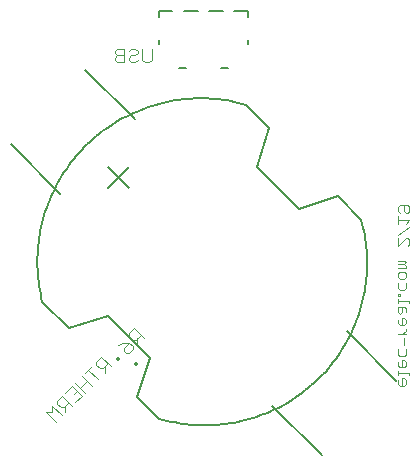
<source format=gbo>
G75*
%MOIN*%
%OFA0B0*%
%FSLAX25Y25*%
%IPPOS*%
%LPD*%
%AMOC8*
5,1,8,0,0,1.08239X$1,22.5*
%
%ADD10C,0.00300*%
%ADD11C,0.00500*%
%ADD12C,0.00400*%
%ADD13R,0.01181X0.01181*%
D10*
X0154950Y0050716D02*
X0154950Y0049481D01*
X0155567Y0048864D01*
X0156802Y0048864D01*
X0157419Y0049481D01*
X0157419Y0050716D01*
X0156802Y0051333D01*
X0156184Y0051333D01*
X0156184Y0048864D01*
X0158653Y0052547D02*
X0158653Y0053165D01*
X0154950Y0053165D01*
X0154950Y0053782D02*
X0154950Y0052547D01*
X0154950Y0056854D02*
X0154950Y0055620D01*
X0155567Y0055003D01*
X0156802Y0055003D01*
X0157419Y0055620D01*
X0157419Y0056854D01*
X0156802Y0057472D01*
X0156184Y0057472D01*
X0156184Y0055003D01*
X0157419Y0061155D02*
X0157419Y0059303D01*
X0156802Y0058686D01*
X0155567Y0058686D01*
X0154950Y0059303D01*
X0154950Y0061155D01*
X0156802Y0062369D02*
X0156802Y0064838D01*
X0157419Y0066052D02*
X0154950Y0066052D01*
X0156184Y0066052D02*
X0157419Y0067287D01*
X0157419Y0067904D01*
X0154950Y0070973D02*
X0154950Y0069739D01*
X0155567Y0069121D01*
X0156802Y0069121D01*
X0157419Y0069739D01*
X0157419Y0070973D01*
X0156802Y0071590D01*
X0156184Y0071590D01*
X0156184Y0069121D01*
X0157419Y0073422D02*
X0157419Y0074656D01*
X0156802Y0075273D01*
X0154950Y0075273D01*
X0154950Y0073422D01*
X0155567Y0072805D01*
X0156184Y0073422D01*
X0156184Y0075273D01*
X0158653Y0076488D02*
X0158653Y0077105D01*
X0154950Y0077105D01*
X0154950Y0076488D02*
X0154950Y0077722D01*
X0154950Y0078943D02*
X0155567Y0078943D01*
X0155567Y0079560D01*
X0154950Y0079560D01*
X0154950Y0078943D01*
X0157419Y0083254D02*
X0157419Y0081402D01*
X0156802Y0080785D01*
X0155567Y0080785D01*
X0154950Y0081402D01*
X0154950Y0083254D01*
X0154950Y0085085D02*
X0154950Y0086320D01*
X0155567Y0086937D01*
X0156802Y0086937D01*
X0157419Y0086320D01*
X0157419Y0085085D01*
X0156802Y0084468D01*
X0155567Y0084468D01*
X0154950Y0085085D01*
X0154950Y0088151D02*
X0157419Y0088151D01*
X0157419Y0088768D01*
X0156802Y0089385D01*
X0154950Y0089385D01*
X0156802Y0089385D02*
X0157419Y0090003D01*
X0156802Y0090620D01*
X0154950Y0090620D01*
X0154950Y0097986D02*
X0154950Y0095517D01*
X0157419Y0097986D01*
X0158036Y0097986D01*
X0158653Y0097369D01*
X0158653Y0096135D01*
X0158036Y0095517D01*
X0154950Y0099201D02*
X0158653Y0101669D01*
X0157419Y0102884D02*
X0158653Y0104118D01*
X0154950Y0104118D01*
X0154950Y0102884D02*
X0154950Y0105352D01*
X0155567Y0106567D02*
X0154950Y0107184D01*
X0154950Y0108418D01*
X0155567Y0109036D01*
X0158036Y0109036D01*
X0158653Y0108418D01*
X0158653Y0107184D01*
X0158036Y0106567D01*
X0157419Y0106567D01*
X0156802Y0107184D01*
X0156802Y0109036D01*
D11*
X0104764Y0171740D02*
X0104764Y0173709D01*
X0100335Y0173709D01*
X0096398Y0173709D02*
X0091969Y0173709D01*
X0088031Y0173709D02*
X0083602Y0173709D01*
X0079665Y0173709D02*
X0075236Y0173709D01*
X0075236Y0171740D01*
X0104764Y0164260D02*
X0104764Y0162685D01*
X0075236Y0162685D02*
X0075236Y0164260D01*
X0095906Y0154811D02*
X0098071Y0154811D01*
X0084094Y0154811D02*
X0081929Y0154811D01*
X0137771Y0067061D02*
X0154224Y0050608D01*
X0129392Y0025776D02*
X0112939Y0042229D01*
X0067061Y0137771D02*
X0050608Y0154224D01*
X0025776Y0129392D02*
X0042229Y0112939D01*
X0107817Y0121736D02*
X0121736Y0107817D01*
X0072183Y0058264D02*
X0058264Y0072183D01*
X0107817Y0121736D02*
X0111993Y0134821D01*
X0121736Y0107817D02*
X0134821Y0111993D01*
X0111993Y0134821D02*
X0104198Y0142615D01*
X0134821Y0111993D02*
X0142615Y0104198D01*
X0058264Y0072183D02*
X0045179Y0068007D01*
X0072183Y0058264D02*
X0068007Y0045179D01*
X0075245Y0037941D01*
X0045179Y0068007D02*
X0036271Y0076916D01*
X0075245Y0037942D02*
X0076518Y0037584D01*
X0077798Y0037258D01*
X0079086Y0036963D01*
X0080381Y0036699D01*
X0081682Y0036468D01*
X0082988Y0036268D01*
X0084299Y0036100D01*
X0085613Y0035964D01*
X0086930Y0035861D01*
X0088250Y0035789D01*
X0089571Y0035750D01*
X0090892Y0035743D01*
X0092213Y0035769D01*
X0093533Y0035827D01*
X0094852Y0035917D01*
X0096167Y0036039D01*
X0097480Y0036193D01*
X0098788Y0036380D01*
X0100091Y0036598D01*
X0101389Y0036848D01*
X0102680Y0037130D01*
X0103963Y0037443D01*
X0105239Y0037787D01*
X0106506Y0038163D01*
X0107763Y0038569D01*
X0109010Y0039006D01*
X0110246Y0039474D01*
X0111470Y0039971D01*
X0112682Y0040498D01*
X0113880Y0041055D01*
X0115065Y0041641D01*
X0116235Y0042255D01*
X0117389Y0042898D01*
X0118527Y0043569D01*
X0119649Y0044268D01*
X0120753Y0044994D01*
X0121839Y0045746D01*
X0122907Y0046525D01*
X0123955Y0047330D01*
X0124983Y0048160D01*
X0125990Y0049015D01*
X0126977Y0049894D01*
X0127941Y0050798D01*
X0128883Y0051724D01*
X0129802Y0052673D01*
X0130698Y0053645D01*
X0131570Y0054638D01*
X0132417Y0055652D01*
X0133239Y0056687D01*
X0134036Y0057741D01*
X0134806Y0058814D01*
X0135550Y0059906D01*
X0136268Y0061016D01*
X0136957Y0062143D01*
X0137620Y0063287D01*
X0138253Y0064446D01*
X0138859Y0065620D01*
X0139435Y0066809D01*
X0139983Y0068012D01*
X0140501Y0069228D01*
X0140988Y0070456D01*
X0141446Y0071695D01*
X0141873Y0072946D01*
X0142270Y0074206D01*
X0142636Y0075476D01*
X0142970Y0076754D01*
X0143273Y0078041D01*
X0143545Y0079334D01*
X0143785Y0080633D01*
X0143993Y0081938D01*
X0144169Y0083248D01*
X0144314Y0084561D01*
X0144426Y0085878D01*
X0144505Y0087197D01*
X0144553Y0088517D01*
X0144568Y0089838D01*
X0144551Y0091160D01*
X0144502Y0092480D01*
X0144420Y0093799D01*
X0144306Y0095116D01*
X0144160Y0096429D01*
X0143982Y0097738D01*
X0143772Y0099043D01*
X0143530Y0100342D01*
X0143257Y0101635D01*
X0142952Y0102920D01*
X0142615Y0104198D01*
X0104198Y0142616D02*
X0102916Y0142964D01*
X0101626Y0143280D01*
X0100329Y0143565D01*
X0099025Y0143818D01*
X0097716Y0144040D01*
X0096402Y0144230D01*
X0095083Y0144388D01*
X0093761Y0144513D01*
X0092436Y0144606D01*
X0091110Y0144668D01*
X0089782Y0144696D01*
X0088454Y0144693D01*
X0087126Y0144657D01*
X0085800Y0144589D01*
X0084476Y0144489D01*
X0083154Y0144357D01*
X0081837Y0144192D01*
X0080523Y0143996D01*
X0079215Y0143767D01*
X0077913Y0143507D01*
X0076617Y0143215D01*
X0075329Y0142892D01*
X0074049Y0142538D01*
X0072778Y0142152D01*
X0071517Y0141736D01*
X0070266Y0141289D01*
X0069027Y0140812D01*
X0067800Y0140305D01*
X0066585Y0139769D01*
X0065384Y0139203D01*
X0064196Y0138607D01*
X0063024Y0137983D01*
X0061867Y0137331D01*
X0060726Y0136651D01*
X0059603Y0135943D01*
X0058496Y0135209D01*
X0057408Y0134447D01*
X0056339Y0133659D01*
X0055290Y0132846D01*
X0054260Y0132007D01*
X0053251Y0131144D01*
X0052263Y0130256D01*
X0051298Y0129344D01*
X0050354Y0128409D01*
X0049434Y0127452D01*
X0048537Y0126472D01*
X0047665Y0125471D01*
X0046817Y0124449D01*
X0045994Y0123407D01*
X0045197Y0122345D01*
X0044425Y0121264D01*
X0043681Y0120164D01*
X0042963Y0119047D01*
X0042272Y0117912D01*
X0041610Y0116761D01*
X0040975Y0115595D01*
X0040370Y0114413D01*
X0039793Y0113217D01*
X0039245Y0112007D01*
X0038727Y0110784D01*
X0038239Y0109549D01*
X0037781Y0108302D01*
X0037353Y0107045D01*
X0036956Y0105778D01*
X0036590Y0104501D01*
X0036256Y0103216D01*
X0035952Y0101923D01*
X0035680Y0100623D01*
X0035440Y0099317D01*
X0035232Y0098005D01*
X0035056Y0096689D01*
X0034911Y0095369D01*
X0034799Y0094046D01*
X0034719Y0092720D01*
X0034671Y0091393D01*
X0034656Y0090065D01*
X0034673Y0088737D01*
X0034722Y0087410D01*
X0034804Y0086084D01*
X0034917Y0084761D01*
X0035063Y0083441D01*
X0035241Y0082125D01*
X0035451Y0080814D01*
X0035692Y0079508D01*
X0035966Y0078208D01*
X0036271Y0076916D01*
X0065251Y0114749D02*
X0058180Y0121820D01*
X0065251Y0121820D02*
X0058180Y0114749D01*
D12*
X0072712Y0161304D02*
X0072712Y0157467D01*
X0071944Y0156700D01*
X0070410Y0156700D01*
X0069643Y0157467D01*
X0069643Y0161304D01*
X0065039Y0160537D02*
X0065806Y0161304D01*
X0067341Y0161304D01*
X0068108Y0160537D01*
X0068108Y0159769D01*
X0067341Y0159002D01*
X0065806Y0159002D01*
X0065039Y0158235D01*
X0065039Y0157467D01*
X0065806Y0156700D01*
X0067341Y0156700D01*
X0068108Y0157467D01*
X0063504Y0156700D02*
X0063504Y0161304D01*
X0061202Y0161304D01*
X0060435Y0160537D01*
X0060435Y0159769D01*
X0061202Y0159002D01*
X0060435Y0158235D01*
X0060435Y0157467D01*
X0061202Y0156700D01*
X0063504Y0156700D01*
X0063504Y0159002D02*
X0061202Y0159002D01*
X0070177Y0064808D02*
X0066922Y0068063D01*
X0065294Y0066435D01*
X0065294Y0065350D01*
X0066379Y0064265D01*
X0067465Y0064265D01*
X0069092Y0065893D01*
X0068007Y0064808D02*
X0068007Y0062637D01*
X0061496Y0062637D02*
X0063124Y0063180D01*
X0065294Y0063180D01*
X0066379Y0062095D01*
X0066379Y0061010D01*
X0065294Y0059924D01*
X0064209Y0059924D01*
X0063667Y0060467D01*
X0063667Y0061552D01*
X0065294Y0063180D01*
X0059212Y0055324D02*
X0055957Y0058580D01*
X0054329Y0056952D01*
X0054329Y0055867D01*
X0055414Y0054782D01*
X0056499Y0054782D01*
X0058127Y0056409D01*
X0057042Y0055324D02*
X0057042Y0053154D01*
X0054872Y0050983D02*
X0051616Y0054239D01*
X0052701Y0055324D02*
X0050531Y0053154D01*
X0049446Y0052069D02*
X0052701Y0048813D01*
X0051074Y0050441D02*
X0048903Y0048271D01*
X0047276Y0049898D02*
X0050531Y0046643D01*
X0044020Y0046643D02*
X0046190Y0048813D01*
X0049446Y0045558D01*
X0047276Y0043387D01*
X0046733Y0046100D02*
X0047818Y0047185D01*
X0046190Y0042302D02*
X0042935Y0045558D01*
X0041307Y0043930D01*
X0041307Y0042845D01*
X0042392Y0041760D01*
X0043478Y0041760D01*
X0045105Y0043387D01*
X0044020Y0042302D02*
X0044020Y0040132D01*
X0042935Y0039047D02*
X0039680Y0042302D01*
X0039680Y0040132D01*
X0037509Y0040132D01*
X0040765Y0036876D01*
D13*
G36*
X0060725Y0057859D02*
X0061559Y0058693D01*
X0062393Y0057859D01*
X0061559Y0057025D01*
X0060725Y0057859D01*
G37*
G36*
X0066678Y0056171D02*
X0067512Y0057005D01*
X0068346Y0056171D01*
X0067512Y0055337D01*
X0066678Y0056171D01*
G37*
M02*

</source>
